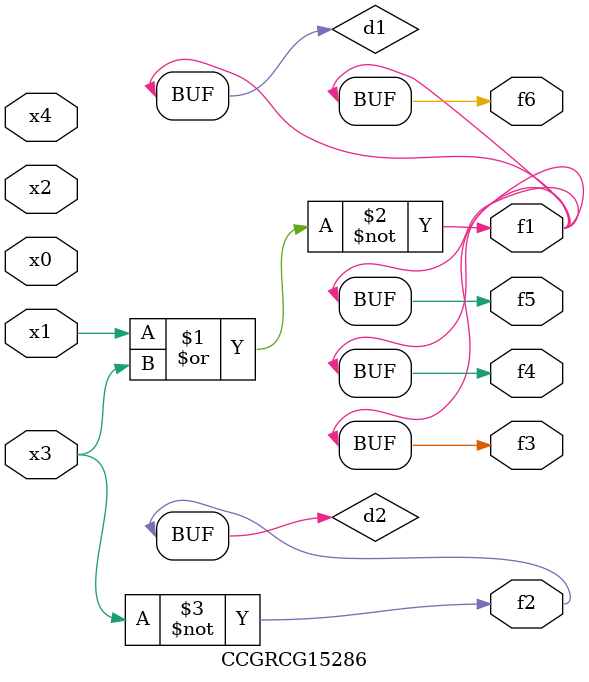
<source format=v>
module CCGRCG15286(
	input x0, x1, x2, x3, x4,
	output f1, f2, f3, f4, f5, f6
);

	wire d1, d2;

	nor (d1, x1, x3);
	not (d2, x3);
	assign f1 = d1;
	assign f2 = d2;
	assign f3 = d1;
	assign f4 = d1;
	assign f5 = d1;
	assign f6 = d1;
endmodule

</source>
